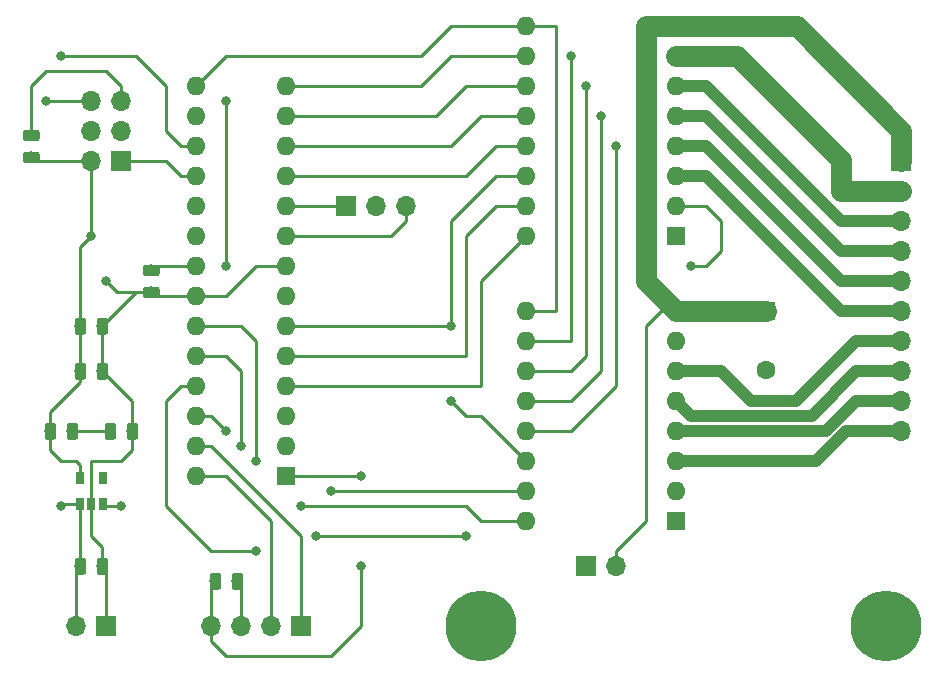
<source format=gbr>
G04 #@! TF.GenerationSoftware,KiCad,Pcbnew,(5.1.2)-1*
G04 #@! TF.CreationDate,2019-05-23T00:03:13+02:00*
G04 #@! TF.ProjectId,DualStepperI2C_PCB_2,4475616c-5374-4657-9070-65724932435f,rev?*
G04 #@! TF.SameCoordinates,Original*
G04 #@! TF.FileFunction,Copper,L1,Top*
G04 #@! TF.FilePolarity,Positive*
%FSLAX46Y46*%
G04 Gerber Fmt 4.6, Leading zero omitted, Abs format (unit mm)*
G04 Created by KiCad (PCBNEW (5.1.2)-1) date 2019-05-23 00:03:13*
%MOMM*%
%LPD*%
G04 APERTURE LIST*
%ADD10C,5.999480*%
%ADD11O,1.600000X1.600000*%
%ADD12R,1.600000X1.600000*%
%ADD13C,0.100000*%
%ADD14C,0.975000*%
%ADD15O,1.700000X1.700000*%
%ADD16R,1.700000X1.700000*%
%ADD17R,0.650000X1.060000*%
%ADD18C,1.600000*%
%ADD19C,0.800000*%
%ADD20C,0.250000*%
%ADD21C,1.750000*%
%ADD22C,1.000000*%
G04 APERTURE END LIST*
D10*
X196850000Y-106680000D03*
X231140000Y-106680000D03*
D11*
X200660000Y-97790000D03*
X213360000Y-80010000D03*
X200660000Y-95250000D03*
X213360000Y-82550000D03*
X200660000Y-92710000D03*
X213360000Y-85090000D03*
X200660000Y-90170000D03*
X213360000Y-87630000D03*
X200660000Y-87630000D03*
X213360000Y-90170000D03*
X200660000Y-85090000D03*
X213360000Y-92710000D03*
X200660000Y-82550000D03*
X213360000Y-95250000D03*
X200660000Y-80010000D03*
D12*
X213360000Y-97790000D03*
D13*
G36*
X176465142Y-102171174D02*
G01*
X176488803Y-102174684D01*
X176512007Y-102180496D01*
X176534529Y-102188554D01*
X176556153Y-102198782D01*
X176576670Y-102211079D01*
X176595883Y-102225329D01*
X176613607Y-102241393D01*
X176629671Y-102259117D01*
X176643921Y-102278330D01*
X176656218Y-102298847D01*
X176666446Y-102320471D01*
X176674504Y-102342993D01*
X176680316Y-102366197D01*
X176683826Y-102389858D01*
X176685000Y-102413750D01*
X176685000Y-103326250D01*
X176683826Y-103350142D01*
X176680316Y-103373803D01*
X176674504Y-103397007D01*
X176666446Y-103419529D01*
X176656218Y-103441153D01*
X176643921Y-103461670D01*
X176629671Y-103480883D01*
X176613607Y-103498607D01*
X176595883Y-103514671D01*
X176576670Y-103528921D01*
X176556153Y-103541218D01*
X176534529Y-103551446D01*
X176512007Y-103559504D01*
X176488803Y-103565316D01*
X176465142Y-103568826D01*
X176441250Y-103570000D01*
X175953750Y-103570000D01*
X175929858Y-103568826D01*
X175906197Y-103565316D01*
X175882993Y-103559504D01*
X175860471Y-103551446D01*
X175838847Y-103541218D01*
X175818330Y-103528921D01*
X175799117Y-103514671D01*
X175781393Y-103498607D01*
X175765329Y-103480883D01*
X175751079Y-103461670D01*
X175738782Y-103441153D01*
X175728554Y-103419529D01*
X175720496Y-103397007D01*
X175714684Y-103373803D01*
X175711174Y-103350142D01*
X175710000Y-103326250D01*
X175710000Y-102413750D01*
X175711174Y-102389858D01*
X175714684Y-102366197D01*
X175720496Y-102342993D01*
X175728554Y-102320471D01*
X175738782Y-102298847D01*
X175751079Y-102278330D01*
X175765329Y-102259117D01*
X175781393Y-102241393D01*
X175799117Y-102225329D01*
X175818330Y-102211079D01*
X175838847Y-102198782D01*
X175860471Y-102188554D01*
X175882993Y-102180496D01*
X175906197Y-102174684D01*
X175929858Y-102171174D01*
X175953750Y-102170000D01*
X176441250Y-102170000D01*
X176465142Y-102171174D01*
X176465142Y-102171174D01*
G37*
D14*
X176197500Y-102870000D03*
D13*
G36*
X174590142Y-102171174D02*
G01*
X174613803Y-102174684D01*
X174637007Y-102180496D01*
X174659529Y-102188554D01*
X174681153Y-102198782D01*
X174701670Y-102211079D01*
X174720883Y-102225329D01*
X174738607Y-102241393D01*
X174754671Y-102259117D01*
X174768921Y-102278330D01*
X174781218Y-102298847D01*
X174791446Y-102320471D01*
X174799504Y-102342993D01*
X174805316Y-102366197D01*
X174808826Y-102389858D01*
X174810000Y-102413750D01*
X174810000Y-103326250D01*
X174808826Y-103350142D01*
X174805316Y-103373803D01*
X174799504Y-103397007D01*
X174791446Y-103419529D01*
X174781218Y-103441153D01*
X174768921Y-103461670D01*
X174754671Y-103480883D01*
X174738607Y-103498607D01*
X174720883Y-103514671D01*
X174701670Y-103528921D01*
X174681153Y-103541218D01*
X174659529Y-103551446D01*
X174637007Y-103559504D01*
X174613803Y-103565316D01*
X174590142Y-103568826D01*
X174566250Y-103570000D01*
X174078750Y-103570000D01*
X174054858Y-103568826D01*
X174031197Y-103565316D01*
X174007993Y-103559504D01*
X173985471Y-103551446D01*
X173963847Y-103541218D01*
X173943330Y-103528921D01*
X173924117Y-103514671D01*
X173906393Y-103498607D01*
X173890329Y-103480883D01*
X173876079Y-103461670D01*
X173863782Y-103441153D01*
X173853554Y-103419529D01*
X173845496Y-103397007D01*
X173839684Y-103373803D01*
X173836174Y-103350142D01*
X173835000Y-103326250D01*
X173835000Y-102413750D01*
X173836174Y-102389858D01*
X173839684Y-102366197D01*
X173845496Y-102342993D01*
X173853554Y-102320471D01*
X173863782Y-102298847D01*
X173876079Y-102278330D01*
X173890329Y-102259117D01*
X173906393Y-102241393D01*
X173924117Y-102225329D01*
X173943330Y-102211079D01*
X173963847Y-102198782D01*
X173985471Y-102188554D01*
X174007993Y-102180496D01*
X174031197Y-102174684D01*
X174054858Y-102171174D01*
X174078750Y-102170000D01*
X174566250Y-102170000D01*
X174590142Y-102171174D01*
X174590142Y-102171174D01*
G37*
D14*
X174322500Y-102870000D03*
D13*
G36*
X169390142Y-77921174D02*
G01*
X169413803Y-77924684D01*
X169437007Y-77930496D01*
X169459529Y-77938554D01*
X169481153Y-77948782D01*
X169501670Y-77961079D01*
X169520883Y-77975329D01*
X169538607Y-77991393D01*
X169554671Y-78009117D01*
X169568921Y-78028330D01*
X169581218Y-78048847D01*
X169591446Y-78070471D01*
X169599504Y-78092993D01*
X169605316Y-78116197D01*
X169608826Y-78139858D01*
X169610000Y-78163750D01*
X169610000Y-78651250D01*
X169608826Y-78675142D01*
X169605316Y-78698803D01*
X169599504Y-78722007D01*
X169591446Y-78744529D01*
X169581218Y-78766153D01*
X169568921Y-78786670D01*
X169554671Y-78805883D01*
X169538607Y-78823607D01*
X169520883Y-78839671D01*
X169501670Y-78853921D01*
X169481153Y-78866218D01*
X169459529Y-78876446D01*
X169437007Y-78884504D01*
X169413803Y-78890316D01*
X169390142Y-78893826D01*
X169366250Y-78895000D01*
X168453750Y-78895000D01*
X168429858Y-78893826D01*
X168406197Y-78890316D01*
X168382993Y-78884504D01*
X168360471Y-78876446D01*
X168338847Y-78866218D01*
X168318330Y-78853921D01*
X168299117Y-78839671D01*
X168281393Y-78823607D01*
X168265329Y-78805883D01*
X168251079Y-78786670D01*
X168238782Y-78766153D01*
X168228554Y-78744529D01*
X168220496Y-78722007D01*
X168214684Y-78698803D01*
X168211174Y-78675142D01*
X168210000Y-78651250D01*
X168210000Y-78163750D01*
X168211174Y-78139858D01*
X168214684Y-78116197D01*
X168220496Y-78092993D01*
X168228554Y-78070471D01*
X168238782Y-78048847D01*
X168251079Y-78028330D01*
X168265329Y-78009117D01*
X168281393Y-77991393D01*
X168299117Y-77975329D01*
X168318330Y-77961079D01*
X168338847Y-77948782D01*
X168360471Y-77938554D01*
X168382993Y-77930496D01*
X168406197Y-77924684D01*
X168429858Y-77921174D01*
X168453750Y-77920000D01*
X169366250Y-77920000D01*
X169390142Y-77921174D01*
X169390142Y-77921174D01*
G37*
D14*
X168910000Y-78407500D03*
D13*
G36*
X169390142Y-76046174D02*
G01*
X169413803Y-76049684D01*
X169437007Y-76055496D01*
X169459529Y-76063554D01*
X169481153Y-76073782D01*
X169501670Y-76086079D01*
X169520883Y-76100329D01*
X169538607Y-76116393D01*
X169554671Y-76134117D01*
X169568921Y-76153330D01*
X169581218Y-76173847D01*
X169591446Y-76195471D01*
X169599504Y-76217993D01*
X169605316Y-76241197D01*
X169608826Y-76264858D01*
X169610000Y-76288750D01*
X169610000Y-76776250D01*
X169608826Y-76800142D01*
X169605316Y-76823803D01*
X169599504Y-76847007D01*
X169591446Y-76869529D01*
X169581218Y-76891153D01*
X169568921Y-76911670D01*
X169554671Y-76930883D01*
X169538607Y-76948607D01*
X169520883Y-76964671D01*
X169501670Y-76978921D01*
X169481153Y-76991218D01*
X169459529Y-77001446D01*
X169437007Y-77009504D01*
X169413803Y-77015316D01*
X169390142Y-77018826D01*
X169366250Y-77020000D01*
X168453750Y-77020000D01*
X168429858Y-77018826D01*
X168406197Y-77015316D01*
X168382993Y-77009504D01*
X168360471Y-77001446D01*
X168338847Y-76991218D01*
X168318330Y-76978921D01*
X168299117Y-76964671D01*
X168281393Y-76948607D01*
X168265329Y-76930883D01*
X168251079Y-76911670D01*
X168238782Y-76891153D01*
X168228554Y-76869529D01*
X168220496Y-76847007D01*
X168214684Y-76823803D01*
X168211174Y-76800142D01*
X168210000Y-76776250D01*
X168210000Y-76288750D01*
X168211174Y-76264858D01*
X168214684Y-76241197D01*
X168220496Y-76217993D01*
X168228554Y-76195471D01*
X168238782Y-76173847D01*
X168251079Y-76153330D01*
X168265329Y-76134117D01*
X168281393Y-76116393D01*
X168299117Y-76100329D01*
X168318330Y-76086079D01*
X168338847Y-76073782D01*
X168360471Y-76063554D01*
X168382993Y-76055496D01*
X168406197Y-76049684D01*
X168429858Y-76046174D01*
X168453750Y-76045000D01*
X169366250Y-76045000D01*
X169390142Y-76046174D01*
X169390142Y-76046174D01*
G37*
D14*
X168910000Y-76532500D03*
D13*
G36*
X165035142Y-80581174D02*
G01*
X165058803Y-80584684D01*
X165082007Y-80590496D01*
X165104529Y-80598554D01*
X165126153Y-80608782D01*
X165146670Y-80621079D01*
X165165883Y-80635329D01*
X165183607Y-80651393D01*
X165199671Y-80669117D01*
X165213921Y-80688330D01*
X165226218Y-80708847D01*
X165236446Y-80730471D01*
X165244504Y-80752993D01*
X165250316Y-80776197D01*
X165253826Y-80799858D01*
X165255000Y-80823750D01*
X165255000Y-81736250D01*
X165253826Y-81760142D01*
X165250316Y-81783803D01*
X165244504Y-81807007D01*
X165236446Y-81829529D01*
X165226218Y-81851153D01*
X165213921Y-81871670D01*
X165199671Y-81890883D01*
X165183607Y-81908607D01*
X165165883Y-81924671D01*
X165146670Y-81938921D01*
X165126153Y-81951218D01*
X165104529Y-81961446D01*
X165082007Y-81969504D01*
X165058803Y-81975316D01*
X165035142Y-81978826D01*
X165011250Y-81980000D01*
X164523750Y-81980000D01*
X164499858Y-81978826D01*
X164476197Y-81975316D01*
X164452993Y-81969504D01*
X164430471Y-81961446D01*
X164408847Y-81951218D01*
X164388330Y-81938921D01*
X164369117Y-81924671D01*
X164351393Y-81908607D01*
X164335329Y-81890883D01*
X164321079Y-81871670D01*
X164308782Y-81851153D01*
X164298554Y-81829529D01*
X164290496Y-81807007D01*
X164284684Y-81783803D01*
X164281174Y-81760142D01*
X164280000Y-81736250D01*
X164280000Y-80823750D01*
X164281174Y-80799858D01*
X164284684Y-80776197D01*
X164290496Y-80752993D01*
X164298554Y-80730471D01*
X164308782Y-80708847D01*
X164321079Y-80688330D01*
X164335329Y-80669117D01*
X164351393Y-80651393D01*
X164369117Y-80635329D01*
X164388330Y-80621079D01*
X164408847Y-80608782D01*
X164430471Y-80598554D01*
X164452993Y-80590496D01*
X164476197Y-80584684D01*
X164499858Y-80581174D01*
X164523750Y-80580000D01*
X165011250Y-80580000D01*
X165035142Y-80581174D01*
X165035142Y-80581174D01*
G37*
D14*
X164767500Y-81280000D03*
D13*
G36*
X163160142Y-80581174D02*
G01*
X163183803Y-80584684D01*
X163207007Y-80590496D01*
X163229529Y-80598554D01*
X163251153Y-80608782D01*
X163271670Y-80621079D01*
X163290883Y-80635329D01*
X163308607Y-80651393D01*
X163324671Y-80669117D01*
X163338921Y-80688330D01*
X163351218Y-80708847D01*
X163361446Y-80730471D01*
X163369504Y-80752993D01*
X163375316Y-80776197D01*
X163378826Y-80799858D01*
X163380000Y-80823750D01*
X163380000Y-81736250D01*
X163378826Y-81760142D01*
X163375316Y-81783803D01*
X163369504Y-81807007D01*
X163361446Y-81829529D01*
X163351218Y-81851153D01*
X163338921Y-81871670D01*
X163324671Y-81890883D01*
X163308607Y-81908607D01*
X163290883Y-81924671D01*
X163271670Y-81938921D01*
X163251153Y-81951218D01*
X163229529Y-81961446D01*
X163207007Y-81969504D01*
X163183803Y-81975316D01*
X163160142Y-81978826D01*
X163136250Y-81980000D01*
X162648750Y-81980000D01*
X162624858Y-81978826D01*
X162601197Y-81975316D01*
X162577993Y-81969504D01*
X162555471Y-81961446D01*
X162533847Y-81951218D01*
X162513330Y-81938921D01*
X162494117Y-81924671D01*
X162476393Y-81908607D01*
X162460329Y-81890883D01*
X162446079Y-81871670D01*
X162433782Y-81851153D01*
X162423554Y-81829529D01*
X162415496Y-81807007D01*
X162409684Y-81783803D01*
X162406174Y-81760142D01*
X162405000Y-81736250D01*
X162405000Y-80823750D01*
X162406174Y-80799858D01*
X162409684Y-80776197D01*
X162415496Y-80752993D01*
X162423554Y-80730471D01*
X162433782Y-80708847D01*
X162446079Y-80688330D01*
X162460329Y-80669117D01*
X162476393Y-80651393D01*
X162494117Y-80635329D01*
X162513330Y-80621079D01*
X162533847Y-80608782D01*
X162555471Y-80598554D01*
X162577993Y-80590496D01*
X162601197Y-80584684D01*
X162624858Y-80581174D01*
X162648750Y-80580000D01*
X163136250Y-80580000D01*
X163160142Y-80581174D01*
X163160142Y-80581174D01*
G37*
D14*
X162892500Y-81280000D03*
D13*
G36*
X165035142Y-84391174D02*
G01*
X165058803Y-84394684D01*
X165082007Y-84400496D01*
X165104529Y-84408554D01*
X165126153Y-84418782D01*
X165146670Y-84431079D01*
X165165883Y-84445329D01*
X165183607Y-84461393D01*
X165199671Y-84479117D01*
X165213921Y-84498330D01*
X165226218Y-84518847D01*
X165236446Y-84540471D01*
X165244504Y-84562993D01*
X165250316Y-84586197D01*
X165253826Y-84609858D01*
X165255000Y-84633750D01*
X165255000Y-85546250D01*
X165253826Y-85570142D01*
X165250316Y-85593803D01*
X165244504Y-85617007D01*
X165236446Y-85639529D01*
X165226218Y-85661153D01*
X165213921Y-85681670D01*
X165199671Y-85700883D01*
X165183607Y-85718607D01*
X165165883Y-85734671D01*
X165146670Y-85748921D01*
X165126153Y-85761218D01*
X165104529Y-85771446D01*
X165082007Y-85779504D01*
X165058803Y-85785316D01*
X165035142Y-85788826D01*
X165011250Y-85790000D01*
X164523750Y-85790000D01*
X164499858Y-85788826D01*
X164476197Y-85785316D01*
X164452993Y-85779504D01*
X164430471Y-85771446D01*
X164408847Y-85761218D01*
X164388330Y-85748921D01*
X164369117Y-85734671D01*
X164351393Y-85718607D01*
X164335329Y-85700883D01*
X164321079Y-85681670D01*
X164308782Y-85661153D01*
X164298554Y-85639529D01*
X164290496Y-85617007D01*
X164284684Y-85593803D01*
X164281174Y-85570142D01*
X164280000Y-85546250D01*
X164280000Y-84633750D01*
X164281174Y-84609858D01*
X164284684Y-84586197D01*
X164290496Y-84562993D01*
X164298554Y-84540471D01*
X164308782Y-84518847D01*
X164321079Y-84498330D01*
X164335329Y-84479117D01*
X164351393Y-84461393D01*
X164369117Y-84445329D01*
X164388330Y-84431079D01*
X164408847Y-84418782D01*
X164430471Y-84408554D01*
X164452993Y-84400496D01*
X164476197Y-84394684D01*
X164499858Y-84391174D01*
X164523750Y-84390000D01*
X165011250Y-84390000D01*
X165035142Y-84391174D01*
X165035142Y-84391174D01*
G37*
D14*
X164767500Y-85090000D03*
D13*
G36*
X163160142Y-84391174D02*
G01*
X163183803Y-84394684D01*
X163207007Y-84400496D01*
X163229529Y-84408554D01*
X163251153Y-84418782D01*
X163271670Y-84431079D01*
X163290883Y-84445329D01*
X163308607Y-84461393D01*
X163324671Y-84479117D01*
X163338921Y-84498330D01*
X163351218Y-84518847D01*
X163361446Y-84540471D01*
X163369504Y-84562993D01*
X163375316Y-84586197D01*
X163378826Y-84609858D01*
X163380000Y-84633750D01*
X163380000Y-85546250D01*
X163378826Y-85570142D01*
X163375316Y-85593803D01*
X163369504Y-85617007D01*
X163361446Y-85639529D01*
X163351218Y-85661153D01*
X163338921Y-85681670D01*
X163324671Y-85700883D01*
X163308607Y-85718607D01*
X163290883Y-85734671D01*
X163271670Y-85748921D01*
X163251153Y-85761218D01*
X163229529Y-85771446D01*
X163207007Y-85779504D01*
X163183803Y-85785316D01*
X163160142Y-85788826D01*
X163136250Y-85790000D01*
X162648750Y-85790000D01*
X162624858Y-85788826D01*
X162601197Y-85785316D01*
X162577993Y-85779504D01*
X162555471Y-85771446D01*
X162533847Y-85761218D01*
X162513330Y-85748921D01*
X162494117Y-85734671D01*
X162476393Y-85718607D01*
X162460329Y-85700883D01*
X162446079Y-85681670D01*
X162433782Y-85661153D01*
X162423554Y-85639529D01*
X162415496Y-85617007D01*
X162409684Y-85593803D01*
X162406174Y-85570142D01*
X162405000Y-85546250D01*
X162405000Y-84633750D01*
X162406174Y-84609858D01*
X162409684Y-84586197D01*
X162415496Y-84562993D01*
X162423554Y-84540471D01*
X162433782Y-84518847D01*
X162446079Y-84498330D01*
X162460329Y-84479117D01*
X162476393Y-84461393D01*
X162494117Y-84445329D01*
X162513330Y-84431079D01*
X162533847Y-84418782D01*
X162555471Y-84408554D01*
X162577993Y-84400496D01*
X162601197Y-84394684D01*
X162624858Y-84391174D01*
X162648750Y-84390000D01*
X163136250Y-84390000D01*
X163160142Y-84391174D01*
X163160142Y-84391174D01*
G37*
D14*
X162892500Y-85090000D03*
D13*
G36*
X165035142Y-100901174D02*
G01*
X165058803Y-100904684D01*
X165082007Y-100910496D01*
X165104529Y-100918554D01*
X165126153Y-100928782D01*
X165146670Y-100941079D01*
X165165883Y-100955329D01*
X165183607Y-100971393D01*
X165199671Y-100989117D01*
X165213921Y-101008330D01*
X165226218Y-101028847D01*
X165236446Y-101050471D01*
X165244504Y-101072993D01*
X165250316Y-101096197D01*
X165253826Y-101119858D01*
X165255000Y-101143750D01*
X165255000Y-102056250D01*
X165253826Y-102080142D01*
X165250316Y-102103803D01*
X165244504Y-102127007D01*
X165236446Y-102149529D01*
X165226218Y-102171153D01*
X165213921Y-102191670D01*
X165199671Y-102210883D01*
X165183607Y-102228607D01*
X165165883Y-102244671D01*
X165146670Y-102258921D01*
X165126153Y-102271218D01*
X165104529Y-102281446D01*
X165082007Y-102289504D01*
X165058803Y-102295316D01*
X165035142Y-102298826D01*
X165011250Y-102300000D01*
X164523750Y-102300000D01*
X164499858Y-102298826D01*
X164476197Y-102295316D01*
X164452993Y-102289504D01*
X164430471Y-102281446D01*
X164408847Y-102271218D01*
X164388330Y-102258921D01*
X164369117Y-102244671D01*
X164351393Y-102228607D01*
X164335329Y-102210883D01*
X164321079Y-102191670D01*
X164308782Y-102171153D01*
X164298554Y-102149529D01*
X164290496Y-102127007D01*
X164284684Y-102103803D01*
X164281174Y-102080142D01*
X164280000Y-102056250D01*
X164280000Y-101143750D01*
X164281174Y-101119858D01*
X164284684Y-101096197D01*
X164290496Y-101072993D01*
X164298554Y-101050471D01*
X164308782Y-101028847D01*
X164321079Y-101008330D01*
X164335329Y-100989117D01*
X164351393Y-100971393D01*
X164369117Y-100955329D01*
X164388330Y-100941079D01*
X164408847Y-100928782D01*
X164430471Y-100918554D01*
X164452993Y-100910496D01*
X164476197Y-100904684D01*
X164499858Y-100901174D01*
X164523750Y-100900000D01*
X165011250Y-100900000D01*
X165035142Y-100901174D01*
X165035142Y-100901174D01*
G37*
D14*
X164767500Y-101600000D03*
D13*
G36*
X163160142Y-100901174D02*
G01*
X163183803Y-100904684D01*
X163207007Y-100910496D01*
X163229529Y-100918554D01*
X163251153Y-100928782D01*
X163271670Y-100941079D01*
X163290883Y-100955329D01*
X163308607Y-100971393D01*
X163324671Y-100989117D01*
X163338921Y-101008330D01*
X163351218Y-101028847D01*
X163361446Y-101050471D01*
X163369504Y-101072993D01*
X163375316Y-101096197D01*
X163378826Y-101119858D01*
X163380000Y-101143750D01*
X163380000Y-102056250D01*
X163378826Y-102080142D01*
X163375316Y-102103803D01*
X163369504Y-102127007D01*
X163361446Y-102149529D01*
X163351218Y-102171153D01*
X163338921Y-102191670D01*
X163324671Y-102210883D01*
X163308607Y-102228607D01*
X163290883Y-102244671D01*
X163271670Y-102258921D01*
X163251153Y-102271218D01*
X163229529Y-102281446D01*
X163207007Y-102289504D01*
X163183803Y-102295316D01*
X163160142Y-102298826D01*
X163136250Y-102300000D01*
X162648750Y-102300000D01*
X162624858Y-102298826D01*
X162601197Y-102295316D01*
X162577993Y-102289504D01*
X162555471Y-102281446D01*
X162533847Y-102271218D01*
X162513330Y-102258921D01*
X162494117Y-102244671D01*
X162476393Y-102228607D01*
X162460329Y-102210883D01*
X162446079Y-102191670D01*
X162433782Y-102171153D01*
X162423554Y-102149529D01*
X162415496Y-102127007D01*
X162409684Y-102103803D01*
X162406174Y-102080142D01*
X162405000Y-102056250D01*
X162405000Y-101143750D01*
X162406174Y-101119858D01*
X162409684Y-101096197D01*
X162415496Y-101072993D01*
X162423554Y-101050471D01*
X162433782Y-101028847D01*
X162446079Y-101008330D01*
X162460329Y-100989117D01*
X162476393Y-100971393D01*
X162494117Y-100955329D01*
X162513330Y-100941079D01*
X162533847Y-100928782D01*
X162555471Y-100918554D01*
X162577993Y-100910496D01*
X162601197Y-100904684D01*
X162624858Y-100901174D01*
X162648750Y-100900000D01*
X163136250Y-100900000D01*
X163160142Y-100901174D01*
X163160142Y-100901174D01*
G37*
D14*
X162892500Y-101600000D03*
D15*
X190500000Y-71120000D03*
X187960000Y-71120000D03*
D16*
X185420000Y-71120000D03*
D11*
X172720000Y-93980000D03*
X180340000Y-60960000D03*
X172720000Y-91440000D03*
X180340000Y-63500000D03*
X172720000Y-88900000D03*
X180340000Y-66040000D03*
X172720000Y-86360000D03*
X180340000Y-68580000D03*
X172720000Y-83820000D03*
X180340000Y-71120000D03*
X172720000Y-81280000D03*
X180340000Y-73660000D03*
X172720000Y-78740000D03*
X180340000Y-76200000D03*
X172720000Y-76200000D03*
X180340000Y-78740000D03*
X172720000Y-73660000D03*
X180340000Y-81280000D03*
X172720000Y-71120000D03*
X180340000Y-83820000D03*
X172720000Y-68580000D03*
X180340000Y-86360000D03*
X172720000Y-66040000D03*
X180340000Y-88900000D03*
X172720000Y-63500000D03*
X180340000Y-91440000D03*
X172720000Y-60960000D03*
D12*
X180340000Y-93980000D03*
D17*
X162880000Y-94150000D03*
X164780000Y-94150000D03*
X164780000Y-96350000D03*
X163830000Y-96350000D03*
X162880000Y-96350000D03*
D13*
G36*
X159230142Y-66491174D02*
G01*
X159253803Y-66494684D01*
X159277007Y-66500496D01*
X159299529Y-66508554D01*
X159321153Y-66518782D01*
X159341670Y-66531079D01*
X159360883Y-66545329D01*
X159378607Y-66561393D01*
X159394671Y-66579117D01*
X159408921Y-66598330D01*
X159421218Y-66618847D01*
X159431446Y-66640471D01*
X159439504Y-66662993D01*
X159445316Y-66686197D01*
X159448826Y-66709858D01*
X159450000Y-66733750D01*
X159450000Y-67221250D01*
X159448826Y-67245142D01*
X159445316Y-67268803D01*
X159439504Y-67292007D01*
X159431446Y-67314529D01*
X159421218Y-67336153D01*
X159408921Y-67356670D01*
X159394671Y-67375883D01*
X159378607Y-67393607D01*
X159360883Y-67409671D01*
X159341670Y-67423921D01*
X159321153Y-67436218D01*
X159299529Y-67446446D01*
X159277007Y-67454504D01*
X159253803Y-67460316D01*
X159230142Y-67463826D01*
X159206250Y-67465000D01*
X158293750Y-67465000D01*
X158269858Y-67463826D01*
X158246197Y-67460316D01*
X158222993Y-67454504D01*
X158200471Y-67446446D01*
X158178847Y-67436218D01*
X158158330Y-67423921D01*
X158139117Y-67409671D01*
X158121393Y-67393607D01*
X158105329Y-67375883D01*
X158091079Y-67356670D01*
X158078782Y-67336153D01*
X158068554Y-67314529D01*
X158060496Y-67292007D01*
X158054684Y-67268803D01*
X158051174Y-67245142D01*
X158050000Y-67221250D01*
X158050000Y-66733750D01*
X158051174Y-66709858D01*
X158054684Y-66686197D01*
X158060496Y-66662993D01*
X158068554Y-66640471D01*
X158078782Y-66618847D01*
X158091079Y-66598330D01*
X158105329Y-66579117D01*
X158121393Y-66561393D01*
X158139117Y-66545329D01*
X158158330Y-66531079D01*
X158178847Y-66518782D01*
X158200471Y-66508554D01*
X158222993Y-66500496D01*
X158246197Y-66494684D01*
X158269858Y-66491174D01*
X158293750Y-66490000D01*
X159206250Y-66490000D01*
X159230142Y-66491174D01*
X159230142Y-66491174D01*
G37*
D14*
X158750000Y-66977500D03*
D13*
G36*
X159230142Y-64616174D02*
G01*
X159253803Y-64619684D01*
X159277007Y-64625496D01*
X159299529Y-64633554D01*
X159321153Y-64643782D01*
X159341670Y-64656079D01*
X159360883Y-64670329D01*
X159378607Y-64686393D01*
X159394671Y-64704117D01*
X159408921Y-64723330D01*
X159421218Y-64743847D01*
X159431446Y-64765471D01*
X159439504Y-64787993D01*
X159445316Y-64811197D01*
X159448826Y-64834858D01*
X159450000Y-64858750D01*
X159450000Y-65346250D01*
X159448826Y-65370142D01*
X159445316Y-65393803D01*
X159439504Y-65417007D01*
X159431446Y-65439529D01*
X159421218Y-65461153D01*
X159408921Y-65481670D01*
X159394671Y-65500883D01*
X159378607Y-65518607D01*
X159360883Y-65534671D01*
X159341670Y-65548921D01*
X159321153Y-65561218D01*
X159299529Y-65571446D01*
X159277007Y-65579504D01*
X159253803Y-65585316D01*
X159230142Y-65588826D01*
X159206250Y-65590000D01*
X158293750Y-65590000D01*
X158269858Y-65588826D01*
X158246197Y-65585316D01*
X158222993Y-65579504D01*
X158200471Y-65571446D01*
X158178847Y-65561218D01*
X158158330Y-65548921D01*
X158139117Y-65534671D01*
X158121393Y-65518607D01*
X158105329Y-65500883D01*
X158091079Y-65481670D01*
X158078782Y-65461153D01*
X158068554Y-65439529D01*
X158060496Y-65417007D01*
X158054684Y-65393803D01*
X158051174Y-65370142D01*
X158050000Y-65346250D01*
X158050000Y-64858750D01*
X158051174Y-64834858D01*
X158054684Y-64811197D01*
X158060496Y-64787993D01*
X158068554Y-64765471D01*
X158078782Y-64743847D01*
X158091079Y-64723330D01*
X158105329Y-64704117D01*
X158121393Y-64686393D01*
X158139117Y-64670329D01*
X158158330Y-64656079D01*
X158178847Y-64643782D01*
X158200471Y-64633554D01*
X158222993Y-64625496D01*
X158246197Y-64619684D01*
X158269858Y-64616174D01*
X158293750Y-64615000D01*
X159206250Y-64615000D01*
X159230142Y-64616174D01*
X159230142Y-64616174D01*
G37*
D14*
X158750000Y-65102500D03*
D13*
G36*
X165700142Y-89471174D02*
G01*
X165723803Y-89474684D01*
X165747007Y-89480496D01*
X165769529Y-89488554D01*
X165791153Y-89498782D01*
X165811670Y-89511079D01*
X165830883Y-89525329D01*
X165848607Y-89541393D01*
X165864671Y-89559117D01*
X165878921Y-89578330D01*
X165891218Y-89598847D01*
X165901446Y-89620471D01*
X165909504Y-89642993D01*
X165915316Y-89666197D01*
X165918826Y-89689858D01*
X165920000Y-89713750D01*
X165920000Y-90626250D01*
X165918826Y-90650142D01*
X165915316Y-90673803D01*
X165909504Y-90697007D01*
X165901446Y-90719529D01*
X165891218Y-90741153D01*
X165878921Y-90761670D01*
X165864671Y-90780883D01*
X165848607Y-90798607D01*
X165830883Y-90814671D01*
X165811670Y-90828921D01*
X165791153Y-90841218D01*
X165769529Y-90851446D01*
X165747007Y-90859504D01*
X165723803Y-90865316D01*
X165700142Y-90868826D01*
X165676250Y-90870000D01*
X165188750Y-90870000D01*
X165164858Y-90868826D01*
X165141197Y-90865316D01*
X165117993Y-90859504D01*
X165095471Y-90851446D01*
X165073847Y-90841218D01*
X165053330Y-90828921D01*
X165034117Y-90814671D01*
X165016393Y-90798607D01*
X165000329Y-90780883D01*
X164986079Y-90761670D01*
X164973782Y-90741153D01*
X164963554Y-90719529D01*
X164955496Y-90697007D01*
X164949684Y-90673803D01*
X164946174Y-90650142D01*
X164945000Y-90626250D01*
X164945000Y-89713750D01*
X164946174Y-89689858D01*
X164949684Y-89666197D01*
X164955496Y-89642993D01*
X164963554Y-89620471D01*
X164973782Y-89598847D01*
X164986079Y-89578330D01*
X165000329Y-89559117D01*
X165016393Y-89541393D01*
X165034117Y-89525329D01*
X165053330Y-89511079D01*
X165073847Y-89498782D01*
X165095471Y-89488554D01*
X165117993Y-89480496D01*
X165141197Y-89474684D01*
X165164858Y-89471174D01*
X165188750Y-89470000D01*
X165676250Y-89470000D01*
X165700142Y-89471174D01*
X165700142Y-89471174D01*
G37*
D14*
X165432500Y-90170000D03*
D13*
G36*
X167575142Y-89471174D02*
G01*
X167598803Y-89474684D01*
X167622007Y-89480496D01*
X167644529Y-89488554D01*
X167666153Y-89498782D01*
X167686670Y-89511079D01*
X167705883Y-89525329D01*
X167723607Y-89541393D01*
X167739671Y-89559117D01*
X167753921Y-89578330D01*
X167766218Y-89598847D01*
X167776446Y-89620471D01*
X167784504Y-89642993D01*
X167790316Y-89666197D01*
X167793826Y-89689858D01*
X167795000Y-89713750D01*
X167795000Y-90626250D01*
X167793826Y-90650142D01*
X167790316Y-90673803D01*
X167784504Y-90697007D01*
X167776446Y-90719529D01*
X167766218Y-90741153D01*
X167753921Y-90761670D01*
X167739671Y-90780883D01*
X167723607Y-90798607D01*
X167705883Y-90814671D01*
X167686670Y-90828921D01*
X167666153Y-90841218D01*
X167644529Y-90851446D01*
X167622007Y-90859504D01*
X167598803Y-90865316D01*
X167575142Y-90868826D01*
X167551250Y-90870000D01*
X167063750Y-90870000D01*
X167039858Y-90868826D01*
X167016197Y-90865316D01*
X166992993Y-90859504D01*
X166970471Y-90851446D01*
X166948847Y-90841218D01*
X166928330Y-90828921D01*
X166909117Y-90814671D01*
X166891393Y-90798607D01*
X166875329Y-90780883D01*
X166861079Y-90761670D01*
X166848782Y-90741153D01*
X166838554Y-90719529D01*
X166830496Y-90697007D01*
X166824684Y-90673803D01*
X166821174Y-90650142D01*
X166820000Y-90626250D01*
X166820000Y-89713750D01*
X166821174Y-89689858D01*
X166824684Y-89666197D01*
X166830496Y-89642993D01*
X166838554Y-89620471D01*
X166848782Y-89598847D01*
X166861079Y-89578330D01*
X166875329Y-89559117D01*
X166891393Y-89541393D01*
X166909117Y-89525329D01*
X166928330Y-89511079D01*
X166948847Y-89498782D01*
X166970471Y-89488554D01*
X166992993Y-89480496D01*
X167016197Y-89474684D01*
X167039858Y-89471174D01*
X167063750Y-89470000D01*
X167551250Y-89470000D01*
X167575142Y-89471174D01*
X167575142Y-89471174D01*
G37*
D14*
X167307500Y-90170000D03*
D15*
X208280000Y-101600000D03*
D16*
X205740000Y-101600000D03*
D15*
X163830000Y-62230000D03*
X166370000Y-62230000D03*
X163830000Y-64770000D03*
X166370000Y-64770000D03*
X163830000Y-67310000D03*
D16*
X166370000Y-67310000D03*
D15*
X232410000Y-90170000D03*
X232410000Y-87630000D03*
X232410000Y-85090000D03*
X232410000Y-82550000D03*
X232410000Y-80010000D03*
X232410000Y-77470000D03*
X232410000Y-74930000D03*
X232410000Y-72390000D03*
X232410000Y-69850000D03*
D16*
X232410000Y-67310000D03*
D15*
X173990000Y-106680000D03*
X176530000Y-106680000D03*
X179070000Y-106680000D03*
D16*
X181610000Y-106680000D03*
D15*
X162560000Y-106680000D03*
D16*
X165100000Y-106680000D03*
D13*
G36*
X160620142Y-89471174D02*
G01*
X160643803Y-89474684D01*
X160667007Y-89480496D01*
X160689529Y-89488554D01*
X160711153Y-89498782D01*
X160731670Y-89511079D01*
X160750883Y-89525329D01*
X160768607Y-89541393D01*
X160784671Y-89559117D01*
X160798921Y-89578330D01*
X160811218Y-89598847D01*
X160821446Y-89620471D01*
X160829504Y-89642993D01*
X160835316Y-89666197D01*
X160838826Y-89689858D01*
X160840000Y-89713750D01*
X160840000Y-90626250D01*
X160838826Y-90650142D01*
X160835316Y-90673803D01*
X160829504Y-90697007D01*
X160821446Y-90719529D01*
X160811218Y-90741153D01*
X160798921Y-90761670D01*
X160784671Y-90780883D01*
X160768607Y-90798607D01*
X160750883Y-90814671D01*
X160731670Y-90828921D01*
X160711153Y-90841218D01*
X160689529Y-90851446D01*
X160667007Y-90859504D01*
X160643803Y-90865316D01*
X160620142Y-90868826D01*
X160596250Y-90870000D01*
X160108750Y-90870000D01*
X160084858Y-90868826D01*
X160061197Y-90865316D01*
X160037993Y-90859504D01*
X160015471Y-90851446D01*
X159993847Y-90841218D01*
X159973330Y-90828921D01*
X159954117Y-90814671D01*
X159936393Y-90798607D01*
X159920329Y-90780883D01*
X159906079Y-90761670D01*
X159893782Y-90741153D01*
X159883554Y-90719529D01*
X159875496Y-90697007D01*
X159869684Y-90673803D01*
X159866174Y-90650142D01*
X159865000Y-90626250D01*
X159865000Y-89713750D01*
X159866174Y-89689858D01*
X159869684Y-89666197D01*
X159875496Y-89642993D01*
X159883554Y-89620471D01*
X159893782Y-89598847D01*
X159906079Y-89578330D01*
X159920329Y-89559117D01*
X159936393Y-89541393D01*
X159954117Y-89525329D01*
X159973330Y-89511079D01*
X159993847Y-89498782D01*
X160015471Y-89488554D01*
X160037993Y-89480496D01*
X160061197Y-89474684D01*
X160084858Y-89471174D01*
X160108750Y-89470000D01*
X160596250Y-89470000D01*
X160620142Y-89471174D01*
X160620142Y-89471174D01*
G37*
D14*
X160352500Y-90170000D03*
D13*
G36*
X162495142Y-89471174D02*
G01*
X162518803Y-89474684D01*
X162542007Y-89480496D01*
X162564529Y-89488554D01*
X162586153Y-89498782D01*
X162606670Y-89511079D01*
X162625883Y-89525329D01*
X162643607Y-89541393D01*
X162659671Y-89559117D01*
X162673921Y-89578330D01*
X162686218Y-89598847D01*
X162696446Y-89620471D01*
X162704504Y-89642993D01*
X162710316Y-89666197D01*
X162713826Y-89689858D01*
X162715000Y-89713750D01*
X162715000Y-90626250D01*
X162713826Y-90650142D01*
X162710316Y-90673803D01*
X162704504Y-90697007D01*
X162696446Y-90719529D01*
X162686218Y-90741153D01*
X162673921Y-90761670D01*
X162659671Y-90780883D01*
X162643607Y-90798607D01*
X162625883Y-90814671D01*
X162606670Y-90828921D01*
X162586153Y-90841218D01*
X162564529Y-90851446D01*
X162542007Y-90859504D01*
X162518803Y-90865316D01*
X162495142Y-90868826D01*
X162471250Y-90870000D01*
X161983750Y-90870000D01*
X161959858Y-90868826D01*
X161936197Y-90865316D01*
X161912993Y-90859504D01*
X161890471Y-90851446D01*
X161868847Y-90841218D01*
X161848330Y-90828921D01*
X161829117Y-90814671D01*
X161811393Y-90798607D01*
X161795329Y-90780883D01*
X161781079Y-90761670D01*
X161768782Y-90741153D01*
X161758554Y-90719529D01*
X161750496Y-90697007D01*
X161744684Y-90673803D01*
X161741174Y-90650142D01*
X161740000Y-90626250D01*
X161740000Y-89713750D01*
X161741174Y-89689858D01*
X161744684Y-89666197D01*
X161750496Y-89642993D01*
X161758554Y-89620471D01*
X161768782Y-89598847D01*
X161781079Y-89578330D01*
X161795329Y-89559117D01*
X161811393Y-89541393D01*
X161829117Y-89525329D01*
X161848330Y-89511079D01*
X161868847Y-89498782D01*
X161890471Y-89488554D01*
X161912993Y-89480496D01*
X161936197Y-89474684D01*
X161959858Y-89471174D01*
X161983750Y-89470000D01*
X162471250Y-89470000D01*
X162495142Y-89471174D01*
X162495142Y-89471174D01*
G37*
D14*
X162227500Y-90170000D03*
D18*
X220980000Y-85010000D03*
D12*
X220980000Y-80010000D03*
D18*
X220980000Y-60880000D03*
D12*
X220980000Y-55880000D03*
D11*
X200660000Y-73660000D03*
X213360000Y-55880000D03*
X200660000Y-71120000D03*
X213360000Y-58420000D03*
X200660000Y-68580000D03*
X213360000Y-60960000D03*
X200660000Y-66040000D03*
X213360000Y-63500000D03*
X200660000Y-63500000D03*
X213360000Y-66040000D03*
X200660000Y-60960000D03*
X213360000Y-68580000D03*
X200660000Y-58420000D03*
X213360000Y-71120000D03*
X200660000Y-55880000D03*
D12*
X213360000Y-73660000D03*
D19*
X177800000Y-92710000D03*
X181610000Y-96520000D03*
X176530000Y-91440000D03*
X184150000Y-95250000D03*
X160020000Y-62230000D03*
X165100000Y-77470000D03*
X194310000Y-87630000D03*
X194310000Y-81280000D03*
X208280000Y-66040000D03*
X207010000Y-63500000D03*
X205740000Y-60960000D03*
X204470000Y-58420000D03*
X195580000Y-99060000D03*
X182880000Y-99060000D03*
X175260000Y-90170000D03*
X177800000Y-100330000D03*
X214630000Y-76200000D03*
X161290000Y-96520000D03*
X166370000Y-96520000D03*
X163830000Y-73660000D03*
X186690000Y-101600000D03*
X186690000Y-93980000D03*
X175260000Y-76200000D03*
X175260000Y-62230000D03*
X161290000Y-58420000D03*
D20*
X172720000Y-81280000D02*
X176530000Y-81280000D01*
X176530000Y-81280000D02*
X177800000Y-82550000D01*
X177800000Y-82550000D02*
X177800000Y-92710000D01*
X181610000Y-96520000D02*
X195580000Y-96520000D01*
X195580000Y-96520000D02*
X196850000Y-97790000D01*
X196850000Y-97790000D02*
X200660000Y-97790000D01*
D21*
X223530000Y-55880000D02*
X220980000Y-55880000D01*
X223580000Y-55880000D02*
X223530000Y-55880000D01*
X232410000Y-64710000D02*
X223580000Y-55880000D01*
X232410000Y-67310000D02*
X232410000Y-64710000D01*
X220980000Y-55880000D02*
X213360000Y-55880000D01*
X213360000Y-80010000D02*
X220980000Y-80010000D01*
X210820000Y-77470000D02*
X213360000Y-80010000D01*
X213360000Y-55880000D02*
X210820000Y-55880000D01*
X210820000Y-55880000D02*
X210820000Y-77470000D01*
D20*
X208280000Y-101600000D02*
X208280000Y-100330000D01*
X208280000Y-100330000D02*
X210820000Y-97790000D01*
X210820000Y-97790000D02*
X210820000Y-82550000D01*
X210820000Y-82550000D02*
X210820000Y-81280000D01*
X213360000Y-80010000D02*
X212090000Y-80010000D01*
X212090000Y-80010000D02*
X210820000Y-81280000D01*
X200660000Y-95250000D02*
X199390000Y-95250000D01*
X172720000Y-83820000D02*
X175260000Y-83820000D01*
X175260000Y-83820000D02*
X176530000Y-85090000D01*
X176530000Y-85090000D02*
X176530000Y-91440000D01*
X184150000Y-95250000D02*
X200660000Y-95250000D01*
D21*
X227330000Y-67230000D02*
X220980000Y-60880000D01*
X232410000Y-69850000D02*
X227330000Y-69850000D01*
X227330000Y-69850000D02*
X227330000Y-67230000D01*
X218520000Y-58420000D02*
X220980000Y-60880000D01*
X213360000Y-58420000D02*
X218520000Y-58420000D01*
D20*
X172720000Y-78740000D02*
X175260000Y-78740000D01*
X177800000Y-76200000D02*
X180340000Y-76200000D01*
X175260000Y-78740000D02*
X177800000Y-76200000D01*
X176530000Y-103202500D02*
X176197500Y-102870000D01*
X176530000Y-106680000D02*
X176530000Y-103202500D01*
X169242500Y-78740000D02*
X168910000Y-78407500D01*
X172720000Y-78740000D02*
X169242500Y-78740000D01*
X165100000Y-101932500D02*
X164767500Y-101600000D01*
X165100000Y-106680000D02*
X165100000Y-101932500D01*
X164767500Y-101600000D02*
X164767500Y-99997500D01*
X163830000Y-97130000D02*
X163830000Y-96350000D01*
X163830000Y-99060000D02*
X163830000Y-97130000D01*
X164767500Y-99997500D02*
X163830000Y-99060000D01*
X163830000Y-92710000D02*
X163830000Y-96350000D01*
X166370000Y-92710000D02*
X163830000Y-92710000D01*
X167307500Y-90170000D02*
X167307500Y-91772500D01*
X167307500Y-91772500D02*
X166370000Y-92710000D01*
X166037500Y-86360000D02*
X164767500Y-85090000D01*
X167307500Y-90170000D02*
X167307500Y-87630000D01*
X167307500Y-87630000D02*
X166037500Y-86360000D01*
X164767500Y-85090000D02*
X164767500Y-81280000D01*
X167640000Y-78407500D02*
X168910000Y-78407500D01*
X164767500Y-81280000D02*
X167640000Y-78407500D01*
X163830000Y-62230000D02*
X160020000Y-62230000D01*
X166037500Y-78407500D02*
X165100000Y-77470000D01*
X168910000Y-78407500D02*
X166037500Y-78407500D01*
X198120000Y-68580000D02*
X200660000Y-68580000D01*
X194310000Y-72390000D02*
X198120000Y-68580000D01*
X180340000Y-81280000D02*
X194310000Y-81280000D01*
X194310000Y-81280000D02*
X194310000Y-72390000D01*
X200660000Y-92710000D02*
X196850000Y-88900000D01*
X196850000Y-88900000D02*
X195580000Y-88900000D01*
X195580000Y-88900000D02*
X194310000Y-87630000D01*
D22*
X228600000Y-82550000D02*
X232410000Y-82550000D01*
X223520000Y-87630000D02*
X228600000Y-82550000D01*
X219710000Y-87630000D02*
X223520000Y-87630000D01*
X213360000Y-85090000D02*
X217170000Y-85090000D01*
X217170000Y-85090000D02*
X219710000Y-87630000D01*
D20*
X180340000Y-68580000D02*
X195580000Y-68580000D01*
X198120000Y-66040000D02*
X200660000Y-66040000D01*
X195580000Y-68580000D02*
X198120000Y-66040000D01*
X200660000Y-90170000D02*
X202566410Y-90170000D01*
X202566410Y-90170000D02*
X204470000Y-90170000D01*
X204470000Y-90170000D02*
X208280000Y-86360000D01*
X208280000Y-86360000D02*
X208280000Y-66040000D01*
D22*
X214560009Y-88830009D02*
X224859991Y-88830009D01*
X213360000Y-87630000D02*
X214560009Y-88830009D01*
X228600000Y-85090000D02*
X232410000Y-85090000D01*
X224859991Y-88830009D02*
X228600000Y-85090000D01*
D20*
X180340000Y-66040000D02*
X194310000Y-66040000D01*
X194310000Y-66040000D02*
X196850000Y-63500000D01*
X196850000Y-63500000D02*
X200660000Y-63500000D01*
X200660000Y-87630000D02*
X204470000Y-87630000D01*
X204470000Y-87630000D02*
X207010000Y-85090000D01*
X207010000Y-85090000D02*
X207010000Y-63500000D01*
D22*
X213360000Y-90170000D02*
X226060000Y-90170000D01*
X228600000Y-87630000D02*
X232410000Y-87630000D01*
X226060000Y-90170000D02*
X228600000Y-87630000D01*
D20*
X180340000Y-63500000D02*
X193040000Y-63500000D01*
X199528630Y-60960000D02*
X200660000Y-60960000D01*
X195580000Y-60960000D02*
X199528630Y-60960000D01*
X193040000Y-63500000D02*
X195580000Y-60960000D01*
X200660000Y-85090000D02*
X204470000Y-85090000D01*
X204470000Y-85090000D02*
X205740000Y-83820000D01*
X205740000Y-83820000D02*
X205740000Y-60960000D01*
D22*
X231207919Y-90170000D02*
X232410000Y-90170000D01*
X227757070Y-90170000D02*
X231207919Y-90170000D01*
X225217070Y-92710000D02*
X227757070Y-90170000D01*
X213360000Y-92710000D02*
X225217070Y-92710000D01*
D20*
X180340000Y-60960000D02*
X191770000Y-60960000D01*
X194310000Y-58420000D02*
X200660000Y-58420000D01*
X191770000Y-60960000D02*
X194310000Y-58420000D01*
X200660000Y-82550000D02*
X204470000Y-82550000D01*
X204470000Y-82550000D02*
X204470000Y-58420000D01*
X195580000Y-99060000D02*
X182880000Y-99060000D01*
X175260000Y-90170000D02*
X173990000Y-88900000D01*
X173990000Y-88900000D02*
X172720000Y-88900000D01*
X203200000Y-55880000D02*
X200660000Y-55880000D01*
X200660000Y-80010000D02*
X203200000Y-80010000D01*
X203200000Y-80010000D02*
X203200000Y-55880000D01*
X200660000Y-55880000D02*
X194310000Y-55880000D01*
X194310000Y-55880000D02*
X191770000Y-58420000D01*
X175260000Y-58420000D02*
X172720000Y-60960000D01*
X191770000Y-58420000D02*
X175260000Y-58420000D01*
X180340000Y-86360000D02*
X196850000Y-86360000D01*
X196850000Y-77470000D02*
X200660000Y-73660000D01*
X196850000Y-86360000D02*
X196850000Y-77470000D01*
X198120000Y-71120000D02*
X200660000Y-71120000D01*
X195580000Y-73660000D02*
X198120000Y-71120000D01*
X180340000Y-83820000D02*
X195580000Y-83820000D01*
X195580000Y-83820000D02*
X195580000Y-73660000D01*
D22*
X213360000Y-60960000D02*
X215900000Y-60960000D01*
X227330000Y-72390000D02*
X232410000Y-72390000D01*
X215900000Y-60960000D02*
X227330000Y-72390000D01*
X213360000Y-63500000D02*
X215900000Y-63500000D01*
X227330000Y-74930000D02*
X232410000Y-74930000D01*
X215900000Y-63500000D02*
X227330000Y-74930000D01*
X213360000Y-66040000D02*
X215900000Y-66040000D01*
X227330000Y-77470000D02*
X232410000Y-77470000D01*
X215900000Y-66040000D02*
X227330000Y-77470000D01*
X227330000Y-80010000D02*
X232410000Y-80010000D01*
X213360000Y-68580000D02*
X215900000Y-68580000D01*
X215900000Y-68580000D02*
X227330000Y-80010000D01*
D20*
X172720000Y-86360000D02*
X171450000Y-86360000D01*
X171450000Y-86360000D02*
X170180000Y-87630000D01*
X170180000Y-87630000D02*
X170180000Y-96520000D01*
X170180000Y-96520000D02*
X173990000Y-100330000D01*
X173990000Y-100330000D02*
X177800000Y-100330000D01*
X214630000Y-76200000D02*
X215900000Y-76200000D01*
X215900000Y-76200000D02*
X217170000Y-74930000D01*
X217170000Y-74930000D02*
X217170000Y-72390000D01*
X217170000Y-72390000D02*
X215900000Y-71120000D01*
X215900000Y-71120000D02*
X213360000Y-71120000D01*
X162892500Y-96362500D02*
X162880000Y-96350000D01*
X162892500Y-101600000D02*
X162892500Y-96362500D01*
X162560000Y-101932500D02*
X162892500Y-101600000D01*
X162560000Y-106680000D02*
X162560000Y-101932500D01*
X162880000Y-96350000D02*
X161460000Y-96350000D01*
X161460000Y-96350000D02*
X161290000Y-96520000D01*
X164950000Y-96520000D02*
X164780000Y-96350000D01*
X166370000Y-96520000D02*
X164950000Y-96520000D01*
X162892500Y-85422500D02*
X162892500Y-85090000D01*
X162892500Y-86027500D02*
X162892500Y-85422500D01*
X160352500Y-90170000D02*
X160352500Y-88567500D01*
X160352500Y-88567500D02*
X162892500Y-86027500D01*
X162892500Y-85090000D02*
X162892500Y-81280000D01*
X162880000Y-93030000D02*
X162880000Y-94150000D01*
X162560000Y-92710000D02*
X162880000Y-93030000D01*
X161290000Y-92710000D02*
X162560000Y-92710000D01*
X160352500Y-90170000D02*
X160352500Y-91772500D01*
X160352500Y-91772500D02*
X161290000Y-92710000D01*
X162892500Y-81280000D02*
X162892500Y-74597500D01*
X162892500Y-74597500D02*
X163830000Y-73660000D01*
X163830000Y-73660000D02*
X163830000Y-67310000D01*
X159082500Y-67310000D02*
X158750000Y-66977500D01*
X163830000Y-67310000D02*
X159082500Y-67310000D01*
X169242500Y-76200000D02*
X168910000Y-76532500D01*
X172720000Y-76200000D02*
X169242500Y-76200000D01*
X173990000Y-103202500D02*
X174322500Y-102870000D01*
X173990000Y-106680000D02*
X173990000Y-103202500D01*
X173990000Y-106680000D02*
X173990000Y-107950000D01*
X173990000Y-107950000D02*
X175260000Y-109220000D01*
X175260000Y-109220000D02*
X184150000Y-109220000D01*
X184150000Y-109220000D02*
X186690000Y-106680000D01*
X186690000Y-106680000D02*
X186690000Y-101600000D01*
X186690000Y-93980000D02*
X180340000Y-93980000D01*
X175260000Y-76200000D02*
X175260000Y-62230000D01*
X158750000Y-65102500D02*
X158750000Y-60960000D01*
X158750000Y-60960000D02*
X160020000Y-59690000D01*
X160020000Y-59690000D02*
X165100000Y-59690000D01*
X166370000Y-60960000D02*
X166370000Y-62230000D01*
X165100000Y-59690000D02*
X166370000Y-60960000D01*
X162227500Y-90170000D02*
X165432500Y-90170000D01*
X179070000Y-102870000D02*
X179070000Y-106680000D01*
X179070000Y-97790000D02*
X179070000Y-102870000D01*
X172720000Y-93980000D02*
X175260000Y-93980000D01*
X175260000Y-93980000D02*
X179070000Y-97790000D01*
X181610000Y-102870000D02*
X181610000Y-106680000D01*
X181610000Y-99060000D02*
X181610000Y-102870000D01*
X172720000Y-91440000D02*
X173990000Y-91440000D01*
X173990000Y-91440000D02*
X181610000Y-99060000D01*
X172720000Y-66040000D02*
X171450000Y-66040000D01*
X171450000Y-66040000D02*
X170180000Y-64770000D01*
X170180000Y-64770000D02*
X170180000Y-60960000D01*
X170180000Y-60960000D02*
X167640000Y-58420000D01*
X167640000Y-58420000D02*
X161290000Y-58420000D01*
X172720000Y-68580000D02*
X171450000Y-68580000D01*
X170180000Y-67310000D02*
X166370000Y-67310000D01*
X171450000Y-68580000D02*
X170180000Y-67310000D01*
X180340000Y-71120000D02*
X185420000Y-71120000D01*
X190500000Y-72390000D02*
X190500000Y-71120000D01*
X180340000Y-73660000D02*
X189230000Y-73660000D01*
X189230000Y-73660000D02*
X190500000Y-72390000D01*
M02*

</source>
